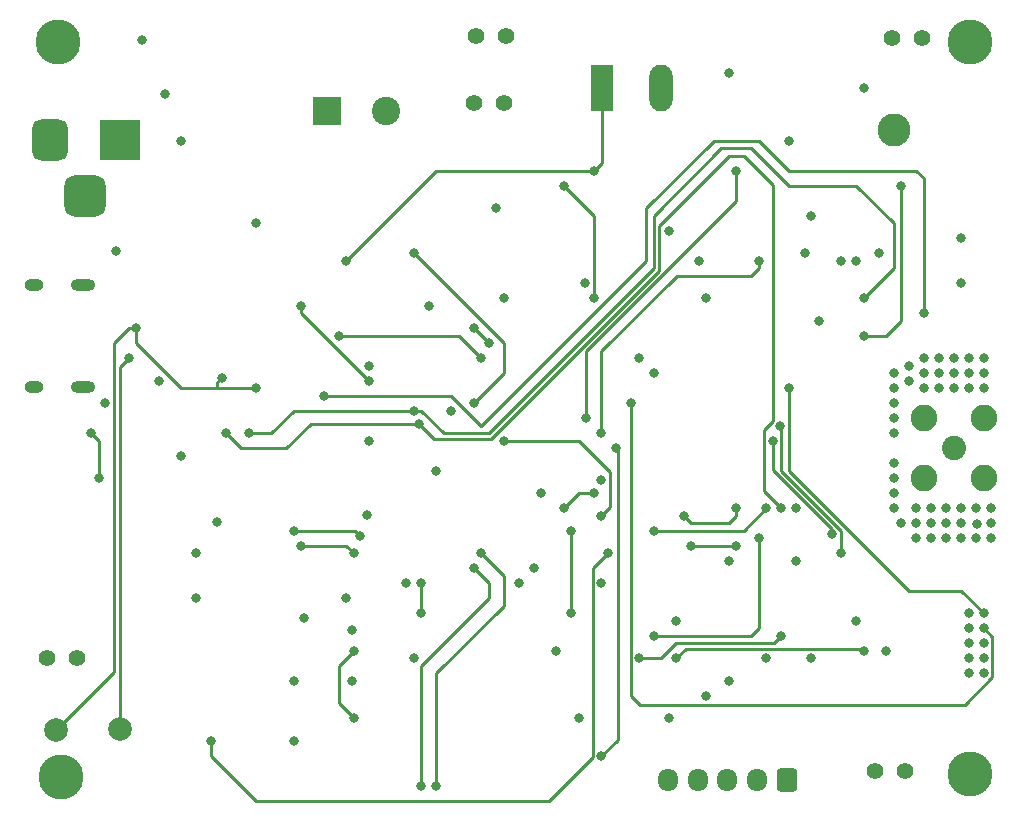
<source format=gbr>
%TF.GenerationSoftware,KiCad,Pcbnew,(6.0.0)*%
%TF.CreationDate,2022-01-26T17:49:50-05:00*%
%TF.ProjectId,aether,61657468-6572-42e6-9b69-6361645f7063,1*%
%TF.SameCoordinates,Original*%
%TF.FileFunction,Copper,L4,Bot*%
%TF.FilePolarity,Positive*%
%FSLAX46Y46*%
G04 Gerber Fmt 4.6, Leading zero omitted, Abs format (unit mm)*
G04 Created by KiCad (PCBNEW (6.0.0)) date 2022-01-26 17:49:50*
%MOMM*%
%LPD*%
G01*
G04 APERTURE LIST*
G04 Aperture macros list*
%AMRoundRect*
0 Rectangle with rounded corners*
0 $1 Rounding radius*
0 $2 $3 $4 $5 $6 $7 $8 $9 X,Y pos of 4 corners*
0 Add a 4 corners polygon primitive as box body*
4,1,4,$2,$3,$4,$5,$6,$7,$8,$9,$2,$3,0*
0 Add four circle primitives for the rounded corners*
1,1,$1+$1,$2,$3*
1,1,$1+$1,$4,$5*
1,1,$1+$1,$6,$7*
1,1,$1+$1,$8,$9*
0 Add four rect primitives between the rounded corners*
20,1,$1+$1,$2,$3,$4,$5,0*
20,1,$1+$1,$4,$5,$6,$7,0*
20,1,$1+$1,$6,$7,$8,$9,0*
20,1,$1+$1,$8,$9,$2,$3,0*%
G04 Aperture macros list end*
%TA.AperFunction,ComponentPad*%
%ADD10C,2.600000*%
%TD*%
%TA.AperFunction,ConnectorPad*%
%ADD11C,3.800000*%
%TD*%
%TA.AperFunction,ComponentPad*%
%ADD12C,1.400000*%
%TD*%
%TA.AperFunction,ComponentPad*%
%ADD13R,1.980000X3.960000*%
%TD*%
%TA.AperFunction,ComponentPad*%
%ADD14O,1.980000X3.960000*%
%TD*%
%TA.AperFunction,ComponentPad*%
%ADD15C,2.800000*%
%TD*%
%TA.AperFunction,ComponentPad*%
%ADD16RoundRect,0.250000X0.600000X0.725000X-0.600000X0.725000X-0.600000X-0.725000X0.600000X-0.725000X0*%
%TD*%
%TA.AperFunction,ComponentPad*%
%ADD17O,1.700000X1.950000*%
%TD*%
%TA.AperFunction,ComponentPad*%
%ADD18C,2.000000*%
%TD*%
%TA.AperFunction,ComponentPad*%
%ADD19R,2.400000X2.400000*%
%TD*%
%TA.AperFunction,ComponentPad*%
%ADD20C,2.400000*%
%TD*%
%TA.AperFunction,ComponentPad*%
%ADD21O,1.600000X1.000000*%
%TD*%
%TA.AperFunction,ComponentPad*%
%ADD22O,2.100000X1.000000*%
%TD*%
%TA.AperFunction,ComponentPad*%
%ADD23C,0.812800*%
%TD*%
%TA.AperFunction,ComponentPad*%
%ADD24R,3.500000X3.500000*%
%TD*%
%TA.AperFunction,ComponentPad*%
%ADD25RoundRect,0.750000X-0.750000X-1.000000X0.750000X-1.000000X0.750000X1.000000X-0.750000X1.000000X0*%
%TD*%
%TA.AperFunction,ComponentPad*%
%ADD26RoundRect,0.875000X-0.875000X-0.875000X0.875000X-0.875000X0.875000X0.875000X-0.875000X0.875000X0*%
%TD*%
%TA.AperFunction,ComponentPad*%
%ADD27C,2.050000*%
%TD*%
%TA.AperFunction,ComponentPad*%
%ADD28C,2.250000*%
%TD*%
%TA.AperFunction,ViaPad*%
%ADD29C,0.800000*%
%TD*%
%TA.AperFunction,Conductor*%
%ADD30C,0.250000*%
%TD*%
G04 APERTURE END LIST*
D10*
%TO.P,H2,1,1*%
%TO.N,GND*%
X119380000Y-135128000D03*
D11*
X119380000Y-135128000D03*
%TD*%
D12*
%TO.P,USB5V1,1,1*%
%TO.N,USB5V*%
X118130000Y-125095000D03*
%TO.P,USB5V1,2,2*%
%TO.N,GND*%
X120670000Y-125095000D03*
%TD*%
D13*
%TO.P,10k1,1*%
%TO.N,Net-(10k1-Pad1)*%
X165179800Y-76758800D03*
D14*
%TO.P,10k1,2*%
%TO.N,GND*%
X170179800Y-76758800D03*
%TD*%
D12*
%TO.P,DC_Input2,1,1*%
%TO.N,GND*%
X154305000Y-78105000D03*
%TO.P,DC_Input2,2,2*%
%TO.N,VCC*%
X156845000Y-78105000D03*
%TD*%
D15*
%TO.P,TP1,1,1*%
%TO.N,Net-(TP1-Pad1)*%
X189839600Y-80365600D03*
%TD*%
D16*
%TO.P,PMSensor1,1,VDD*%
%TO.N,+5V*%
X180768000Y-135428000D03*
D17*
%TO.P,PMSensor1,2,SDA*%
%TO.N,PA15{slash}SDA*%
X178268000Y-135428000D03*
%TO.P,PMSensor1,3,SCL*%
%TO.N,PB15{slash}SCL*%
X175768000Y-135428000D03*
%TO.P,PMSensor1,4,SEL*%
%TO.N,GND*%
X173268000Y-135428000D03*
%TO.P,PMSensor1,5,GND*%
X170768000Y-135428000D03*
%TD*%
D12*
%TO.P,5V_Test1,1,1*%
%TO.N,+5V*%
X188234000Y-134620000D03*
%TO.P,5V_Test1,2,2*%
%TO.N,GND*%
X190774000Y-134620000D03*
%TD*%
D18*
%TO.P,D+1,1,1*%
%TO.N,Net-(D+1-Pad1)*%
X124358400Y-131064000D03*
%TD*%
D10*
%TO.P,H4,1,1*%
%TO.N,GND*%
X119126000Y-72898000D03*
D11*
X119126000Y-72898000D03*
%TD*%
D18*
%TO.P,D-1,1,1*%
%TO.N,Net-(D-1-Pad1)*%
X118922800Y-131114800D03*
%TD*%
D19*
%TO.P,C1,1*%
%TO.N,VCC*%
X141829785Y-78740000D03*
D20*
%TO.P,C1,2*%
%TO.N,GND*%
X146829785Y-78740000D03*
%TD*%
D12*
%TO.P,3.3V_Test1,1,1*%
%TO.N,+3.3V*%
X157022800Y-72390000D03*
%TO.P,3.3V_Test1,2,2*%
%TO.N,GND*%
X154482800Y-72390000D03*
%TD*%
D11*
%TO.P,H1,1,1*%
%TO.N,GND*%
X196342000Y-134874000D03*
D10*
X196342000Y-134874000D03*
%TD*%
D12*
%TO.P,Li-Batt1,1,1*%
%TO.N,Battery*%
X189707200Y-72593200D03*
%TO.P,Li-Batt1,2,2*%
%TO.N,GND*%
X192247200Y-72593200D03*
%TD*%
D21*
%TO.P,J1,S1,SHIELD*%
%TO.N,GND*%
X117035000Y-102110000D03*
D22*
X121215000Y-93470000D03*
D21*
X117035000Y-93470000D03*
D22*
X121215000Y-102110000D03*
%TD*%
D23*
%TO.P,J2,1,VDD*%
%TO.N,+3.3V*%
X196215000Y-121285000D03*
%TO.P,J2,2,SWDIO*%
%TO.N,PA13{slash}SWDIO*%
X197485000Y-121285000D03*
%TO.P,J2,3,GND*%
%TO.N,GND*%
X196215000Y-122555000D03*
%TO.P,J2,4,SWDCLK*%
%TO.N,PA14{slash}SWCLK*%
X197485000Y-122555000D03*
%TO.P,J2,5,GND@1*%
%TO.N,GND*%
X196215000Y-123825000D03*
%TO.P,J2,6,SWO*%
%TO.N,unconnected-(J2-Pad6)*%
X197475000Y-123825000D03*
%TO.P,J2,7,KEY*%
%TO.N,unconnected-(J2-Pad7)*%
X196215000Y-125095000D03*
%TO.P,J2,8,NC*%
%TO.N,unconnected-(J2-Pad8)*%
X197485000Y-125095000D03*
%TO.P,J2,9,GND_DETECT*%
%TO.N,GND*%
X196215000Y-126365000D03*
%TO.P,J2,10,RESET*%
%TO.N,RST*%
X197485000Y-126365000D03*
%TD*%
D24*
%TO.P,DC_Input1,1*%
%TO.N,Net-(D1-Pad2)*%
X124374589Y-81220310D03*
D25*
%TO.P,DC_Input1,2*%
%TO.N,/Power/GND_Break*%
X118374589Y-81220310D03*
D26*
%TO.P,DC_Input1,3*%
%TO.N,GND*%
X121374589Y-85920310D03*
%TD*%
D27*
%TO.P,AE1,1,A*%
%TO.N,Net-(AE1-Pad1)*%
X194945000Y-107315000D03*
D28*
%TO.P,AE1,2*%
%TO.N,N/C*%
X197485000Y-104775000D03*
X192405000Y-104775000D03*
X197485000Y-109855000D03*
X192405000Y-109855000D03*
%TD*%
D10*
%TO.P,H3,1,1*%
%TO.N,GND*%
X196342000Y-72898000D03*
D11*
X196342000Y-72898000D03*
%TD*%
D29*
%TO.N,+3.3V*%
X181610000Y-116840000D03*
X182880000Y-125095000D03*
X189230000Y-124460000D03*
X186690000Y-91440000D03*
X173355000Y-91440000D03*
X163740500Y-93345000D03*
X170815000Y-130175000D03*
X175895000Y-116840000D03*
X182334500Y-90805000D03*
X168275000Y-99695000D03*
X186690000Y-121920000D03*
X170815000Y-88900000D03*
X179070000Y-125095000D03*
X156210000Y-86995000D03*
X163195000Y-130175000D03*
%TO.N,GND*%
X189865000Y-112395000D03*
X194310000Y-113665000D03*
X191135000Y-100330000D03*
X181610000Y-112395000D03*
X144018000Y-122682000D03*
X189865000Y-100965000D03*
X194945000Y-102235000D03*
X192405000Y-100965000D03*
X195580000Y-89535000D03*
X169545000Y-100965000D03*
X197485000Y-100965000D03*
X192405000Y-102235000D03*
X193040000Y-113665000D03*
X139954000Y-121666000D03*
X189865000Y-111125000D03*
X183515000Y-96520000D03*
X188595000Y-90805000D03*
X195580000Y-114935000D03*
X129540000Y-81280000D03*
X175895000Y-127000000D03*
X196850000Y-114935000D03*
X196215000Y-99695000D03*
X194310000Y-112395000D03*
X144018000Y-127000000D03*
X165091999Y-109944500D03*
X191135000Y-101600000D03*
X189865000Y-106045000D03*
X198120000Y-112395000D03*
X198120000Y-113665000D03*
X132588000Y-113538000D03*
X196904594Y-113670472D03*
X127660400Y-101600000D03*
X198120000Y-114935000D03*
X171450000Y-121920000D03*
X191770000Y-112395000D03*
X196215000Y-100965000D03*
X152400000Y-104140000D03*
X196850000Y-112395000D03*
X193040000Y-112395000D03*
X192402477Y-99680394D03*
X196215000Y-102235000D03*
X189865000Y-109855000D03*
X189865000Y-102235000D03*
X193669954Y-99680394D03*
X173990000Y-128270000D03*
X191770000Y-114935000D03*
X185420000Y-91440000D03*
X194945000Y-100965000D03*
X189865000Y-108585000D03*
X195580000Y-93345000D03*
X187325000Y-76835000D03*
X193040000Y-114935000D03*
X190500000Y-113665000D03*
X189865000Y-104775000D03*
X189865000Y-103505000D03*
X197485000Y-102235000D03*
X197485000Y-99695000D03*
X159385000Y-117475000D03*
X191770000Y-113665000D03*
X156845000Y-94615000D03*
X194306481Y-114927697D03*
X194945000Y-99695000D03*
X193671727Y-100942357D03*
X182880000Y-87630000D03*
X193675000Y-102235000D03*
X195580000Y-113665000D03*
X145288000Y-112979200D03*
X195580000Y-112395000D03*
%TO.N,PB4{slash}LED*%
X166370000Y-107315000D03*
X165100000Y-133350000D03*
%TO.N,+5V*%
X165100000Y-118745000D03*
X161290000Y-124460000D03*
%TO.N,Net-(10k1-Pad1)*%
X143510000Y-91440000D03*
X164465000Y-83820000D03*
%TO.N,Battery*%
X155575000Y-98425000D03*
X149225000Y-125095000D03*
X158115000Y-118745000D03*
X180975000Y-81280000D03*
X139065000Y-132080000D03*
X160020000Y-111125000D03*
X154305000Y-97155000D03*
X175895000Y-75565000D03*
%TO.N,PA15{slash}SDA*%
X178435000Y-91440000D03*
X168275000Y-125095000D03*
X165100000Y-106045000D03*
X184654610Y-114559912D03*
X180340000Y-123190000D03*
X179615500Y-106680000D03*
%TO.N,PB15{slash}SCL*%
X176530000Y-83820000D03*
X163830000Y-104775000D03*
X185420000Y-116205000D03*
X171450000Y-125095000D03*
X187325000Y-124460000D03*
X180250500Y-105410000D03*
%TO.N,USB5V*%
X139065000Y-127000000D03*
X143510000Y-120015000D03*
X148590000Y-118745000D03*
%TO.N,/Power/VDD*%
X144145000Y-130175000D03*
X144145000Y-124460000D03*
%TO.N,RST*%
X190500000Y-85090000D03*
X187325000Y-97790000D03*
X151130000Y-109220000D03*
%TO.N,Net-(C10-Pad1)*%
X164465000Y-94615000D03*
X161925000Y-85090000D03*
%TO.N,Charge{slash}LBO *%
X149665201Y-105215201D03*
X133350000Y-106045000D03*
X180340000Y-112395000D03*
%TO.N,Net-(D+1-Pad1)*%
X125095000Y-99695000D03*
%TO.N,Net-(D-1-Pad1)*%
X135890000Y-102235000D03*
X132943600Y-101346000D03*
X125730000Y-97155000D03*
%TO.N,Net-(D1-Pad2)*%
X126187200Y-72694800D03*
%TO.N,/Power/GND_Break*%
X123100500Y-103505000D03*
X124002800Y-90627200D03*
%TO.N,Charge Done*%
X187325000Y-94538800D03*
X135255000Y-106045000D03*
X149225000Y-104140000D03*
%TO.N,Net-(Done1-Pad2)*%
X121920000Y-106045000D03*
X122555000Y-109855000D03*
%TO.N,Net-(FL1-Pad2)*%
X144629861Y-114695541D03*
X139065000Y-114300000D03*
%TO.N,Net-(FL1-Pad4)*%
X144145000Y-116205000D03*
X139700000Y-115570000D03*
%TO.N,PA13{slash}SWDIO*%
X180975000Y-102235000D03*
%TO.N,PA14{slash}SWCLK*%
X167640000Y-103505000D03*
%TO.N,Power On*%
X141605000Y-102870000D03*
X192405000Y-95885000D03*
%TO.N,Boost SHDN{slash}PC1*%
X179070000Y-112395000D03*
X162560000Y-114300000D03*
X162560000Y-121285000D03*
X169545000Y-114300000D03*
%TO.N,PB5{slash}ZMOD_INT*%
X178435000Y-114935000D03*
X169545000Y-123190000D03*
%TO.N,PB6{slash}TX*%
X164465000Y-111125000D03*
X176530000Y-112395000D03*
X161925000Y-112395000D03*
X172085000Y-113030000D03*
%TO.N,PB7{slash}RX*%
X176530000Y-115570000D03*
X172720000Y-115570000D03*
X165100000Y-113030000D03*
X156845000Y-106680000D03*
%TO.N,Net-(L1-Pad2)*%
X132080000Y-132080000D03*
X165645500Y-116205000D03*
%TO.N,Net-(R7-Pad1)*%
X149860000Y-118745000D03*
X149860000Y-121285000D03*
%TO.N,Net-(R10-Pad2)*%
X142875000Y-97790000D03*
X154940000Y-99695000D03*
%TO.N,Net-(R11-Pad2)*%
X154305000Y-103505000D03*
X149225000Y-90805000D03*
%TO.N,/Power/THERM*%
X145415000Y-101600000D03*
X139700000Y-95250000D03*
%TO.N,Net-(TP1-Pad1)*%
X173990000Y-94615000D03*
%TO.N,Net-(RX1-Pad1)*%
X149860000Y-135890000D03*
X154305000Y-117475000D03*
%TO.N,Net-(TX1-Pad1)*%
X151130000Y-135890000D03*
X154940000Y-116205000D03*
%TO.N,VCC*%
X145415000Y-100330000D03*
X150495000Y-95250000D03*
X128168400Y-77343000D03*
X129540000Y-107950000D03*
X130810000Y-116205000D03*
X145415000Y-106680000D03*
X135890000Y-88265000D03*
X130810000Y-120015000D03*
%TD*%
D30*
%TO.N,PB4{slash}LED*%
X166370000Y-107315000D02*
X166459501Y-107404501D01*
X166459501Y-107404501D02*
X166459501Y-131990499D01*
X166459501Y-131990499D02*
X165100000Y-133350000D01*
%TO.N,Net-(10k1-Pad1)*%
X165179800Y-83105200D02*
X164465000Y-83820000D01*
X143510000Y-91440000D02*
X151130000Y-83820000D01*
X151130000Y-83820000D02*
X164465000Y-83820000D01*
X165179800Y-76758800D02*
X165179800Y-83105200D01*
%TO.N,Battery*%
X154305000Y-97155000D02*
X155575000Y-98425000D01*
%TO.N,PA15{slash}SDA*%
X170180000Y-125095000D02*
X168275000Y-125095000D01*
X171450000Y-123825000D02*
X170180000Y-125095000D01*
X178435000Y-92075000D02*
X178435000Y-91440000D01*
X184654610Y-114171018D02*
X184654610Y-114559912D01*
X165100000Y-106045000D02*
X165100000Y-99062112D01*
X177800000Y-92710000D02*
X178435000Y-92075000D01*
X179705000Y-123825000D02*
X171450000Y-123825000D01*
X171452112Y-92710000D02*
X177800000Y-92710000D01*
X165100000Y-99062112D02*
X171452112Y-92710000D01*
X180340000Y-123190000D02*
X179705000Y-123825000D01*
X179615500Y-109131908D02*
X184654610Y-114171018D01*
X179615500Y-106680000D02*
X179615500Y-109131908D01*
%TO.N,PB15{slash}SCL*%
X171450000Y-125095000D02*
X172270489Y-124274511D01*
X163830000Y-99061408D02*
X176530000Y-86361408D01*
X185420000Y-114300704D02*
X185420000Y-116205000D01*
X180340000Y-105499500D02*
X180340000Y-109220704D01*
X180250500Y-105410000D02*
X180340000Y-105499500D01*
X180340000Y-109220704D02*
X185420000Y-114300704D01*
X163830000Y-104775000D02*
X163830000Y-99061408D01*
X176530000Y-86361408D02*
X176530000Y-83820000D01*
X172270489Y-124274511D02*
X187139511Y-124274511D01*
X187139511Y-124274511D02*
X187325000Y-124460000D01*
%TO.N,/Power/VDD*%
X144145000Y-124460000D02*
X142875000Y-125730000D01*
X142875000Y-125730000D02*
X142875000Y-128905000D01*
X142875000Y-128905000D02*
X144145000Y-130175000D01*
%TO.N,RST*%
X189230000Y-97790000D02*
X187325000Y-97790000D01*
X190500000Y-96520000D02*
X189230000Y-97790000D01*
X190500000Y-85090000D02*
X190500000Y-96520000D01*
%TO.N,Net-(C10-Pad1)*%
X164465000Y-94615000D02*
X164465000Y-87630000D01*
X164465000Y-87630000D02*
X161925000Y-85090000D01*
%TO.N,Charge{slash}LBO *%
X138430000Y-107315000D02*
X140529799Y-105215201D01*
X178890999Y-105744901D02*
X179615499Y-105020401D01*
X169994511Y-88450489D02*
X169994510Y-92261194D01*
X175895000Y-82550000D02*
X169994511Y-88450489D01*
X133350000Y-106045000D02*
X134620000Y-107315000D01*
X179615499Y-105020401D02*
X179615499Y-85000499D01*
X179615499Y-85000499D02*
X177165000Y-82550000D01*
X169994510Y-92261194D02*
X155761194Y-106494510D01*
X178890999Y-110945999D02*
X178890999Y-105744901D01*
X180340000Y-112395000D02*
X178890999Y-110945999D01*
X155761194Y-106494510D02*
X150944510Y-106494510D01*
X134620000Y-107315000D02*
X138430000Y-107315000D01*
X177165000Y-82550000D02*
X175895000Y-82550000D01*
X150944510Y-106494510D02*
X149665201Y-105215201D01*
X140529799Y-105215201D02*
X149665201Y-105215201D01*
%TO.N,Net-(D+1-Pad1)*%
X124358400Y-100431600D02*
X124358400Y-131064000D01*
X125095000Y-99695000D02*
X124358400Y-100431600D01*
%TO.N,Net-(D-1-Pad1)*%
X125730000Y-97155000D02*
X125730000Y-98425000D01*
X132562600Y-102235000D02*
X132562600Y-101727000D01*
X123825000Y-126212600D02*
X123825000Y-98425000D01*
X123825000Y-98425000D02*
X125095000Y-97155000D01*
X125730000Y-98425000D02*
X129540000Y-102235000D01*
X132562600Y-102235000D02*
X135890000Y-102235000D01*
X118922800Y-131114800D02*
X123825000Y-126212600D01*
X129540000Y-102235000D02*
X132562600Y-102235000D01*
X132562600Y-101727000D02*
X132943600Y-101346000D01*
X125095000Y-97155000D02*
X125730000Y-97155000D01*
%TO.N,Charge Done*%
X189865000Y-91998800D02*
X189865000Y-88265000D01*
X169545000Y-92075000D02*
X155575000Y-106045000D01*
X139065000Y-104140000D02*
X149225000Y-104140000D01*
X155575000Y-106045000D02*
X151765000Y-106045000D01*
X151765000Y-106045000D02*
X149860000Y-104140000D01*
X187325000Y-94538800D02*
X189865000Y-91998800D01*
X180975000Y-85090000D02*
X177800000Y-81915000D01*
X149860000Y-104140000D02*
X149225000Y-104140000D01*
X189865000Y-88265000D02*
X186690000Y-85090000D01*
X186690000Y-85090000D02*
X180975000Y-85090000D01*
X169545000Y-87630000D02*
X169545000Y-92075000D01*
X175260000Y-81915000D02*
X169545000Y-87630000D01*
X135255000Y-106045000D02*
X137160000Y-106045000D01*
X137160000Y-106045000D02*
X139065000Y-104140000D01*
X177800000Y-81915000D02*
X175260000Y-81915000D01*
%TO.N,Net-(Done1-Pad2)*%
X121920000Y-106045000D02*
X122555000Y-106680000D01*
X122555000Y-106680000D02*
X122555000Y-109855000D01*
%TO.N,Net-(FL1-Pad2)*%
X144234320Y-114300000D02*
X144629861Y-114695541D01*
X139065000Y-114300000D02*
X144234320Y-114300000D01*
%TO.N,Net-(FL1-Pad4)*%
X139700000Y-115570000D02*
X143510000Y-115570000D01*
X143510000Y-115570000D02*
X144145000Y-116205000D01*
%TO.N,PA13{slash}SWDIO*%
X195580000Y-119380000D02*
X197485000Y-121285000D01*
X191135000Y-119380000D02*
X195580000Y-119380000D01*
X180975000Y-109220000D02*
X180975000Y-102235000D01*
X180975000Y-109220000D02*
X191135000Y-119380000D01*
%TO.N,PA14{slash}SWCLK*%
X198204521Y-126663036D02*
X198204521Y-123274521D01*
X168364501Y-128994501D02*
X195873056Y-128994501D01*
X167623499Y-128253499D02*
X168364501Y-128994501D01*
X195873056Y-128994501D02*
X198204521Y-126663036D01*
X167640000Y-103505000D02*
X167623499Y-103521501D01*
X198204521Y-123274521D02*
X197485000Y-122555000D01*
X167623499Y-103521501D02*
X167623499Y-128253499D01*
%TO.N,Power On*%
X174625000Y-81280000D02*
X168910000Y-86995000D01*
X152400000Y-102870000D02*
X141605000Y-102870000D01*
X178435000Y-81280000D02*
X174625000Y-81280000D01*
X154940000Y-105410000D02*
X152400000Y-102870000D01*
X191770000Y-83820000D02*
X180975000Y-83820000D01*
X168910000Y-86995000D02*
X168910000Y-91440000D01*
X192405000Y-95885000D02*
X192405000Y-84455000D01*
X192405000Y-84455000D02*
X191770000Y-83820000D01*
X168910000Y-91440000D02*
X154940000Y-105410000D01*
X180975000Y-83820000D02*
X178435000Y-81280000D01*
%TO.N,Boost SHDN{slash}PC1*%
X179070000Y-112395000D02*
X177165000Y-114300000D01*
X162560000Y-114300000D02*
X162560000Y-121285000D01*
X177165000Y-114300000D02*
X169545000Y-114300000D01*
%TO.N,PB5{slash}ZMOD_INT*%
X178435000Y-122555000D02*
X178435000Y-114935000D01*
X169545000Y-123190000D02*
X177800000Y-123190000D01*
X177800000Y-123190000D02*
X178435000Y-122555000D01*
%TO.N,PB6{slash}TX*%
X172085000Y-113030000D02*
X172720000Y-113665000D01*
X163195000Y-111125000D02*
X164465000Y-111125000D01*
X161925000Y-112395000D02*
X163195000Y-111125000D01*
X176530000Y-113030000D02*
X176530000Y-112395000D01*
X175895000Y-113665000D02*
X176530000Y-113030000D01*
X172720000Y-113665000D02*
X175895000Y-113665000D01*
%TO.N,PB7{slash}RX*%
X156845000Y-106680000D02*
X163178999Y-106680000D01*
X163178999Y-106680000D02*
X165816500Y-109317501D01*
X165816500Y-109317501D02*
X165816500Y-112313500D01*
X172720000Y-115570000D02*
X176530000Y-115570000D01*
X165816500Y-112313500D02*
X165100000Y-113030000D01*
%TO.N,Net-(L1-Pad2)*%
X135890000Y-137160000D02*
X160654296Y-137160000D01*
X164375499Y-133438797D02*
X164375499Y-117475001D01*
X132080000Y-132080000D02*
X132080000Y-133350000D01*
X160654296Y-137160000D02*
X164375499Y-133438797D01*
X132080000Y-133350000D02*
X135890000Y-137160000D01*
X164375499Y-117475001D02*
X165645500Y-116205000D01*
%TO.N,Net-(R7-Pad1)*%
X149860000Y-121285000D02*
X149860000Y-118745000D01*
%TO.N,Net-(R10-Pad2)*%
X142875000Y-97790000D02*
X153035000Y-97790000D01*
X153035000Y-97790000D02*
X154940000Y-99695000D01*
%TO.N,Net-(R11-Pad2)*%
X156845000Y-100965000D02*
X154305000Y-103505000D01*
X149225000Y-90805000D02*
X156845000Y-98425000D01*
X156845000Y-98425000D02*
X156845000Y-100965000D01*
%TO.N,/Power/THERM*%
X139700000Y-95885000D02*
X139700000Y-95250000D01*
X145415000Y-101600000D02*
X139700000Y-95885000D01*
%TO.N,Net-(RX1-Pad1)*%
X149860000Y-135890000D02*
X149860000Y-125730000D01*
X155575000Y-118745000D02*
X154305000Y-117475000D01*
X155575000Y-120015000D02*
X155575000Y-118745000D01*
X149860000Y-125730000D02*
X155575000Y-120015000D01*
%TO.N,Net-(TX1-Pad1)*%
X151130000Y-135890000D02*
X151130000Y-126365000D01*
X156845000Y-120650000D02*
X156845000Y-118110000D01*
X156845000Y-118110000D02*
X154940000Y-116205000D01*
X151130000Y-126365000D02*
X156845000Y-120650000D01*
%TD*%
M02*

</source>
